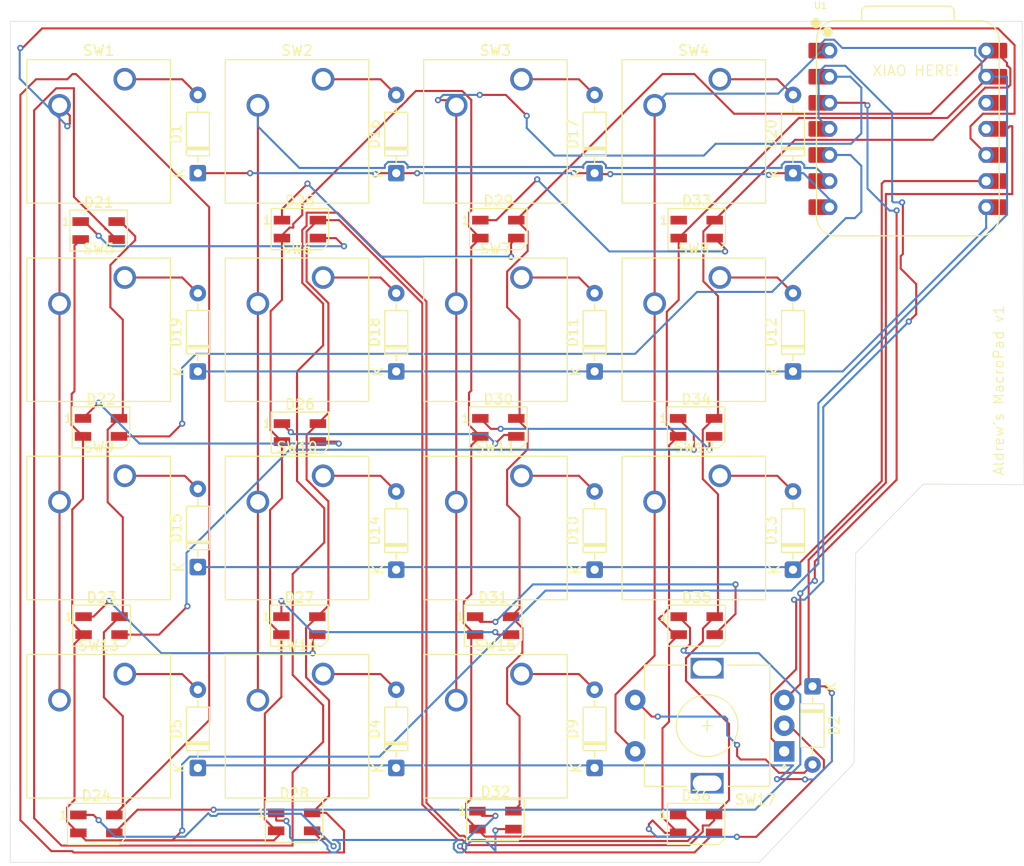
<source format=kicad_pcb>
(kicad_pcb (version 20241229) (generator "pcbnew") (generator_version "9.0")
  (layers (0 "F.Cu" signal) (2 "B.Cu" signal) (13 "F.Paste" user) (15 "B.Paste" user) (5 "F.SilkS" user "F.Silkscreen") (7 "B.SilkS" user "B.Silkscreen") (1 "F.Mask" user) (3 "B.Mask" user) (25 "Edge.Cuts" user))
  (net 0 "")
  (net 1 "Net-(D1-K)")
  (net 2 "Net-(D1-A)")
  (net 3 "Net-(D2-A)")
  (net 4 "Net-(D2-K)")
  (net 5 "Net-(D4-A)")
  (net 6 "Net-(D5-A)")
  (net 7 "Net-(D9-A)")
  (net 8 "Net-(D10-K)")
  (net 9 "Net-(D10-A)")
  (net 10 "Net-(D11-A)")
  (net 11 "Net-(D11-K)")
  (net 12 "Net-(D12-A)")
  (net 13 "Net-(D13-A)")
  (net 14 "Net-(D14-A)")
  (net 15 "Net-(D15-A)")
  (net 16 "Net-(D16-A)")
  (net 17 "Net-(D17-A)")
  (net 18 "Net-(D18-A)")
  (net 19 "Net-(D19-A)")
  (net 20 "Net-(D20-A)")
  (net 21 "Net-(D21-DIN)")
  (net 22 "+5V")
  (net 23 "GND")
  (net 24 "Net-(D21-DOUT)")
  (net 25 "Net-(D22-DOUT)")
  (net 26 "Net-(D22-DIN)")
  (net 27 "Net-(D23-DOUT)")
  (net 28 "Net-(D23-DIN)")
  (net 29 "Net-(D24-DOUT)")
  (net 30 "Net-(D24-DIN)")
  (net 31 "Net-(D25-DOUT)")
  (net 32 "Net-(D26-DOUT)")
  (net 33 "Net-(D27-DOUT)")
  (net 34 "Net-(D28-DOUT)")
  (net 35 "Net-(D29-DOUT)")
  (net 36 "Net-(D30-DOUT)")
  (net 37 "Net-(D31-DOUT)")
  (net 38 "Net-(D32-DOUT)")
  (net 40 "Net-(U1-GPIO7{slash}SCL)")
  (net 41 "Net-(U1-GPIO26{slash}ADC0{slash}A0)")
  (net 42 "Net-(U1-GPIO28{slash}ADC2{slash}A2)")
  (net 43 "Net-(U1-GPIO29{slash}ADC3{slash}A3)")
  (net 45 "Net-(U1-GPIO27{slash}ADC1{slash}A1)")
  (net 46 "Net-(U1-GPIO4{slash}MISO)")
  (footprint "Seeed Studio XIAO Series Library:XIAO-RP2040-DIP" (layer "F.Cu") (at 150.876 50.0445)
    (property "Reference" "U1")
    (property "Value" "XIAO-RP2040-DIP")
  )
  (footprint "Button_Switch_Keyboard:SW_Cherry_MX_1.00u_PCB" (layer "F.Cu") (at 93.98 64.516)
    (property "Reference" "SW6")
    (property "Value" "SW_Push")
  )
  (footprint "LED_SMD:LED_SK6812MINI_PLCC4_3.5x3.5mm_P1.75mm" (layer "F.Cu") (at 91.722 79.615)
    (property "Reference" "D26")
    (property "Value" "SK6812MINI")
  )
  (footprint "Diode_THT:D_DO-35_SOD27_P7.62mm_Horizontal" (layer "F.Cu") (at 101.092 54.356 90)
    (property "Reference" "D16")
    (property "Value" "1N4148")
  )
  (footprint "Button_Switch_Keyboard:SW_Cherry_MX_1.00u_PCB" (layer "F.Cu") (at 93.98 83.82)
    (property "Reference" "SW10")
    (property "Value" "SW_Push")
  )
  (footprint "Button_Switch_Keyboard:SW_Cherry_MX_1.00u_PCB" (layer "F.Cu") (at 93.98 45.212)
    (property "Reference" "SW2")
    (property "Value" "SW_Push")
  )
  (footprint "Diode_THT:D_DO-35_SOD27_P7.62mm_Horizontal" (layer "F.Cu") (at 101.092 112.268 90)
    (property "Reference" "D4")
    (property "Value" "1N4148")
  )
  (footprint "Button_Switch_Keyboard:SW_Cherry_MX_1.00u_PCB" (layer "F.Cu") (at 113.284 45.212)
    (property "Reference" "SW3")
    (property "Value" "SW_Push")
  )
  (footprint "Button_Switch_Keyboard:SW_Cherry_MX_1.00u_PCB" (layer "F.Cu") (at 74.676 83.82)
    (property "Reference" "SW9")
    (property "Value" "SW_Push")
  )
  (footprint "Button_Switch_Keyboard:SW_Cherry_MX_1.00u_PCB" (layer "F.Cu") (at 132.588 64.516)
    (property "Reference" "SW8")
    (property "Value" "SW_Push")
  )
  (footprint "Button_Switch_Keyboard:SW_Cherry_MX_1.00u_PCB" (layer "F.Cu") (at 74.676 45.212)
    (property "Reference" "SW1")
    (property "Value" "SW_Push")
  )
  (footprint "Diode_THT:D_DO-35_SOD27_P7.62mm_Horizontal" (layer "F.Cu") (at 139.7 54.356 90)
    (property "Reference" "D20")
    (property "Value" "1N4148")
  )
  (footprint "Diode_THT:D_DO-35_SOD27_P7.62mm_Horizontal" (layer "F.Cu") (at 81.788 92.71 90)
    (property "Reference" "D15")
    (property "Value" "1N4148")
  )
  (footprint "LED_SMD:LED_SK6812MINI_PLCC4_3.5x3.5mm_P1.75mm" (layer "F.Cu") (at 110.744 117.348)
    (property "Reference" "D32")
    (property "Value" "SK6812MINI")
  )
  (footprint "LED_SMD:LED_SK6812MINI_PLCC4_3.5x3.5mm_P1.75mm" (layer "F.Cu") (at 71.91 117.715)
    (property "Reference" "D24")
    (property "Value" "SK6812MINI")
  )
  (footprint "Diode_THT:D_DO-35_SOD27_P7.62mm_Horizontal" (layer "F.Cu") (at 141.605 104.3178 -90)
    (property "Reference" "D2")
    (property "Value" "1N4148")
  )
  (footprint "Diode_THT:D_DO-35_SOD27_P7.62mm_Horizontal" (layer "F.Cu") (at 120.396 92.964 90)
    (property "Reference" "D10")
    (property "Value" "1N4148")
  )
  (footprint "LED_SMD:LED_SK6812MINI_PLCC4_3.5x3.5mm_P1.75mm" (layer "F.Cu") (at 110.518 98.411)
    (property "Reference" "D31")
    (property "Value" "SK6812MINI")
  )
  (footprint "Button_Switch_Keyboard:SW_Cherry_MX_1.00u_PCB" (layer "F.Cu") (at 113.284 64.516)
    (property "Reference" "SW7")
    (property "Value" "SW_Push")
  )
  (footprint "Diode_THT:D_DO-35_SOD27_P7.62mm_Horizontal" (layer "F.Cu") (at 120.396 73.66 90)
    (property "Reference" "D11")
    (property "Value" "1N4148")
  )
  (footprint "Diode_THT:D_DO-35_SOD27_P7.62mm_Horizontal" (layer "F.Cu") (at 101.092 92.964 90)
    (property "Reference" "D14")
    (property "Value" "1N4148")
  )
  (footprint "LED_SMD:LED_SK6812MINI_PLCC4_3.5x3.5mm_P1.75mm" (layer "F.Cu") (at 130.33 98.411)
    (property "Reference" "D35")
    (property "Value" "SK6812MINI")
  )
  (footprint "Button_Switch_Keyboard:SW_Cherry_MX_1.00u_PCB" (layer "F.Cu") (at 74.676 64.516)
    (property "Reference" "SW5")
    (property "Value" "SW_Push")
  )
  (footprint "Rotary_Encoder pretty:RotaryEncoder_Alps_EC11E-Switch_Vertical_H20mm" (layer "F.Cu") (at 138.8474 110.6532 180)
    (property "Reference" "SW17")
    (property "Value" "RotaryEncoder_Switch")
  )
  (footprint "LED_SMD:LED_SK6812MINI_PLCC4_3.5x3.5mm_P1.75mm" (layer "F.Cu") (at 91.722 59.803)
    (property "Reference" "D25")
    (property "Value" "SK6812MINI")
  )
  (footprint "LED_SMD:LED_SK6812MINI_PLCC4_3.5x3.5mm_P1.75mm" (layer "F.Cu") (at 130.274 79.107)
    (property "Reference" "D34")
    (property "Value" "SK6812MINI")
  )
  (footprint "Button_Switch_Keyboard:SW_Cherry_MX_1.00u_PCB" (layer "F.Cu") (at 113.284 83.82)
    (property "Reference" "SW11")
    (property "Value" "SW_Push")
  )
  (footprint "Button_Switch_Keyboard:SW_Cherry_MX_1.00u_PCB" (layer "F.Cu") (at 113.284 103.124)
    (property "Reference" "SW15")
    (property "Value" "SW_Push")
  )
  (footprint "Diode_THT:D_DO-35_SOD27_P7.62mm_Horizontal" (layer "F.Cu") (at 81.788 73.66 90)
    (property "Reference" "D19")
    (property "Value" "1N4148")
  )
  (footprint "Diode_THT:D_DO-35_SOD27_P7.62mm_Horizontal" (layer "F.Cu") (at 81.788 54.356 90)
    (property "Reference" "D1")
    (property "Value" "1N4148")
  )
  (footprint "LED_SMD:LED_SK6812MINI_PLCC4_3.5x3.5mm_P1.75mm" (layer "F.Cu") (at 72.136 59.944)
    (property "Reference" "D21")
    (property "Value" "SK6812MINI")
  )
  (footprint "LED_SMD:LED_SK6812MINI_PLCC4_3.5x3.5mm_P1.75mm" (layer "F.Cu") (at 111.026 59.803)
    (property "Reference" "D29")
    (property "Value" "SK6812MINI")
  )
  (footprint "Diode_THT:D_DO-35_SOD27_P7.62mm_Horizontal" (layer "F.Cu") (at 101.092 73.66 90)
    (property "Reference" "D18")
    (property "Value" "1N4148")
  )
  (footprint "Diode_THT:D_DO-35_SOD27_P7.62mm_Horizontal" (layer "F.Cu") (at 139.7 73.66 90)
    (property "Reference" "D12")
    (property "Value" "1N4148")
  )
  (footprint "Button_Switch_Keyboard:SW_Cherry_MX_1.00u_PCB" (layer "F.Cu") (at 93.98 103.124)
    (property "Reference" "SW14")
    (property "Value" "SW_Push")
  )
  (footprint "LED_SMD:LED_SK6812MINI_PLCC4_3.5x3.5mm_P1.75mm" (layer "F.Cu") (at 91.158 117.5118)
    (property "Reference" "D28")
    (property "Value" "SK6812MINI")
  )
  (footprint "Button_Switch_Keyboard:SW_Cherry_MX_1.00u_PCB" (layer "F.Cu") (at 132.588 45.212)
    (property "Reference" "SW4")
    (property "Value" "SW_Push")
  )
  (footprint "Diode_THT:D_DO-35_SOD27_P7.62mm_Horizontal" (layer "F.Cu") (at 81.788 112.268 90)
    (property "Reference" "D5")
    (property "Value" "1N4148")
  )
  (footprint "LED_SMD:LED_SK6812MINI_PLCC4_3.5x3.5mm_P1.75mm" (layer "F.Cu") (at 72.362 79.107)
    (property "Reference" "D22")
    (property "Value" "SK6812MINI")
  )
  (footprint "LED_SMD:LED_SK6812MINI_PLCC4_3.5x3.5mm_P1.75mm" (layer "F.Cu") (at 130.274 117.715)
    (property "Reference" "D36")
    (property "Value" "SK6812MINI")
  )
  (footprint "Diode_THT:D_DO-35_SOD27_P7.62mm_Horizontal" (layer "F.Cu") (at 139.7 92.964 90)
    (property "Reference" "D13")
    (property "Value" "1N4148")
  )
  (footprint "LED_SMD:LED_SK6812MINI_PLCC4_3.5x3.5mm_P1.75mm" (layer "F.Cu") (at 91.666 98.411)
    (property "Reference" "D27")
    (property "Value" "SK6812MINI")
  )
  (footprint "Diode_THT:D_DO-35_SOD27_P7.62mm_Horizontal" (layer "F.Cu") (at 120.396 54.356 90)
    (property "Reference" "D17")
    (property "Value" "1N4148")
  )
  (footprint "LED_SMD:LED_SK6812MINI_PLCC4_3.5x3.5mm_P1.75mm" (layer "F.Cu") (at 111.026 79.107)
    (property "Reference" "D30")
    (property "Value" "SK6812MINI")
  )
  (footprint "Button_Switch_Keyboard:SW_Cherry_MX_1.00u_PCB" (layer "F.Cu") (at 132.588 83.82)
    (property "Reference" "SW12")
    (property "Value" "SW_Push")
  )
  (footprint "LED_SMD:LED_SK6812MINI_PLCC4_3.5x3.5mm_P1.75mm" (layer "F.Cu") (at 72.418 98.411)
    (property "Reference" "D23")
    (property "Value" "SK6812MINI")
  )
  (footprint "Diode_THT:D_DO-35_SOD27_P7.62mm_Horizontal" (layer "F.Cu") (at 120.396 112.268 90)
    (property "Reference" "D9")
    (property "Value" "1N4148")
  )
  (footprint "LED_SMD:LED_SK6812MINI_PLCC4_3.5x3.5mm_P1.75mm" (layer "F.Cu") (at 130.33 59.803)
    (property "Reference" "D33")
    (property "Value" "SK6812MINI")
  )
  (footprint "Button_Switch_Keyboard:SW_Cherry_MX_1.00u_PCB" (layer "F.Cu") (at 74.676 103.124)
    (property "Reference" "SW13")
    (property "Value" "SW_Push")
  )
  (gr_poly (pts (xy 136.4234 121.4628) (xy 145.6436 111.7854) (xy 145.796 91.3638) (xy 152.3746 84.6328) (xy 162.179 84.6836) (xy 162.0012 39.5732) (xy 63.5508 39.5732) (xy 63.5254 121.4628)) (stroke (width 0.05)) (fill no) (layer "Edge.Cuts"))
  (gr_text "Aldrew's MacroPad v1" (at 160.2994 83.8454 90) (layer "F.SilkS") (effects (font (size 1 1) (thickness 0.1)) (justify left bottom)))
  (gr_text "XIAO HERE!" (at 147.3454 44.958 0) (layer "F.SilkS") (effects (font (size 1 1) (thickness 0.1)) (justify left bottom)))
  (segment (start 121.92 54.448) (end 120.488 54.448) (width 0.2) (layer "F.Cu") (net 1))
  (segment (start 99.152 54.356) (end 101.092 54.356) (width 0.2) (layer "F.Cu") (net 1))
  (segment (start 103.124 54.356) (end 101.092 54.356) (width 0.2) (layer "F.Cu") (net 1))
  (segment (start 81.788 54.356) (end 86.868 54.356) (width 0.2) (layer "F.Cu") (net 1))
  (segment (start 99.06 54.448) (end 99.152 54.356) (width 0.2) (layer "F.Cu") (net 1))
  (segment (start 139.7 54.356) (end 137.50053 54.356) (width 0.2) (layer "F.Cu") (net 1))
  (segment (start 120.488 54.448) (end 120.396 54.356) (width 0.2) (layer "F.Cu") (net 1))
  (segment (start 137.50053 54.356) (end 137.330265 54.526265) (width 0.2) (layer "F.Cu") (net 1))
  (segment (start 120.396 54.356) (end 118.364 54.356) (width 0.2) (layer "F.Cu") (net 1))
  (via (at 118.364 54.356) (size 0.6) (drill 0.3) (layers "F.Cu" "B.Cu") (net 1))
  (via (at 103.124 54.356) (size 0.6) (drill 0.3) (layers "F.Cu" "B.Cu") (net 1))
  (via (at 121.92 54.448) (size 0.6) (drill 0.3) (layers "F.Cu" "B.Cu") (net 1))
  (via (at 99.06 54.448) (size 0.6) (drill 0.3) (layers "F.Cu" "B.Cu") (net 1))
  (via (at 86.868 54.356) (size 0.6) (drill 0.3) (layers "F.Cu" "B.Cu") (net 1))
  (via (at 137.330265 54.526265) (size 0.6) (drill 0.3) (layers "F.Cu" "B.Cu") (net 1))
  (segment (start 98.968 54.356) (end 99.06 54.448) (width 0.2) (layer "B.Cu") (net 1))
  (segment (start 86.868 54.356) (end 98.968 54.356) (width 0.2) (layer "B.Cu") (net 1))
  (segment (start 143.256 56.896) (end 143.256 57.6645) (width 0.2) (layer "B.Cu") (net 1))
  (segment (start 139.7 54.356) (end 140.716 54.356) (width 0.2) (layer "B.Cu") (net 1))
  (segment (start 137.252 54.448) (end 121.92 54.448) (width 0.2) (layer "B.Cu") (net 1))
  (segment (start 137.330265 54.526265) (end 137.252 54.448) (width 0.2) (layer "B.Cu") (net 1))
  (segment (start 118.364 54.356) (end 103.124 54.356) (width 0.2) (layer "B.Cu") (net 1))
  (segment (start 140.716 54.356) (end 143.256 56.896) (width 0.2) (layer "B.Cu") (net 1))
  (segment (start 74.676 45.212) (end 80.264 45.212) (width 0.2) (layer "F.Cu") (net 2))
  (segment (start 80.264 45.212) (end 81.788 46.736) (width 0.2) (layer "F.Cu") (net 2))
  (segment (start 140.805001 112.737799) (end 141.605 111.9378) (width 0.2) (layer "F.Cu") (net 3))
  (segment (start 134.2644 110.0328) (end 134.2644 111.0996) (width 0.2) (layer "F.Cu") (net 3))
  (segment (start 124.3474 105.6532) (end 125.9584 107.2642) (width 0.2) (layer "F.Cu") (net 3))
  (segment (start 134.2644 111.0996) (end 134.6056 111.4408) (width 0.2) (layer "F.Cu") (net 3))
  (segment (start 138.329999 112.737799) (end 140.805001 112.737799) (width 0.2) (layer "F.Cu") (net 3))
  (segment (start 125.9584 107.2642) (end 126.5428 107.2642) (width 0.2) (layer "F.Cu") (net 3))
  (segment (start 137.033 111.4408) (end 138.329999 112.737799) (width 0.2) (layer "F.Cu") (net 3))
  (segment (start 134.6056 111.4408) (end 137.033 111.4408) (width 0.2) (layer "F.Cu") (net 3))
  (via (at 134.2644 110.0328) (size 0.6) (drill 0.3) (layers "F.Cu" "B.Cu") (net 3))
  (via (at 126.5428 107.2642) (size 0.6) (drill 0.3) (layers "F.Cu" "B.Cu") (net 3))
  (segment (start 133.0706 107.2642) (end 126.5428 107.2642) (width 0.2) (layer "B.Cu") (net 3))
  (segment (start 134.2644 110.0328) (end 133.2992 109.0676) (width 0.2) (layer "B.Cu") (net 3))
  (segment (start 133.2992 109.0676) (end 133.2992 107.4928) (width 0.2) (layer "B.Cu") (net 3))
  (segment (start 133.2992 107.4928) (end 133.0706 107.2642) (width 0.2) (layer "B.Cu") (net 3))
  (segment (start 160.7885 49.784) (end 160.528 50.0445) (width 0.2) (layer "F.Cu") (net 4))
  (segment (start 160.528 50.0445) (end 158.496 50.0445) (width 0.2) (layer "F.Cu") (net 4))
  (segment (start 142.8242 104.3178) (end 141.605 104.3178) (width 0.2) (layer "F.Cu") (net 4))
  (segment (start 141.605 104.3178) (end 141.224 103.9368) (width 0.2) (layer "F.Cu") (net 4))
  (segment (start 138.145435 113.355035) (end 140.837835 113.355035) (width 0.2) (layer "F.Cu") (net 4))
  (segment (start 141.224 103.9368) (end 141.224 92.0071) (width 0.2) (layer "F.Cu") (net 4))
  (segment (start 161.036 49.784) (end 160.7885 49.784) (width 0.2) (layer "F.Cu") (net 4))
  (segment (start 148.737 84.4941) (end 148.737 56.388) (width 0.2) (layer "F.Cu") (net 4))
  (segment (start 143.4846 104.9782) (end 142.8242 104.3178) (width 0.2) (layer "F.Cu") (net 4))
  (segment (start 148.737 56.388) (end 161.036 56.388) (width 0.2) (layer "F.Cu") (net 4))
  (segment (start 140.837835 113.355035) (end 140.86706 113.38426) (width 0.2) (layer "F.Cu") (net 4))
  (segment (start 161.036 56.388) (end 161.036 49.784) (width 0.2) (layer "F.Cu") (net 4))
  (segment (start 141.224 92.0071) (end 148.737 84.4941) (width 0.2) (layer "F.Cu") (net 4))
  (via (at 138.145435 113.355035) (size 0.6) (drill 0.3) (layers "F.Cu" "B.Cu") (net 4))
  (via (at 140.86706 113.38426) (size 0.6) (drill 0.3) (layers "F.Cu" "B.Cu") (net 4))
  (via (at 143.4846 104.9782) (size 0.6) (drill 0.3) (layers "F.Cu" "B.Cu") (net 4))
  (segment (start 82.296 112.268) (end 82.55 112.014) (width 0.2) (layer "B.Cu") (net 4))
  (segment (start 140.86706 113.38426) (end 141.71559 113.38426) (width 0.2) (layer "B.Cu") (net 4))
  (segment (start 81.788 112.268) (end 82.296 112.268) (width 0.2) (layer "B.Cu") (net 4))
  (segment (start 138.358965 113.355035) (end 138.145435 113.355035) (width 0.2) (layer "B.Cu") (net 4))
  (segment (start 139.7 112.014) (end 138.358965 113.355035) (width 0.2) (layer "B.Cu") (net 4))
  (segment (start 143.4846 111.61525) (end 143.4846 104.9782) (width 0.2) (layer "B.Cu") (net 4))
  (segment (start 82.55 112.014) (end 139.7 112.014) (width 0.2) (layer "B.Cu") (net 4))
  (segment (start 141.71559 113.38426) (end 143.4846 111.61525) (width 0.2) (layer "B.Cu") (net 4))
  (segment (start 93.98 103.124) (end 99.568 103.124) (width 0.2) (layer "F.Cu") (net 5))
  (segment (start 99.568 103.124) (end 101.092 104.648) (width 0.2) (layer "F.Cu") (net 5))
  (segment (start 80.264 103.124) (end 81.788 104.648) (width 0.2) (layer "F.Cu") (net 6))
  (segment (start 74.676 103.124) (end 80.264 103.124) (width 0.2) (layer "F.Cu") (net 6))
  (segment (start 113.284 103.124) (end 118.872 103.124) (width 0.2) (layer "F.Cu") (net 7))
  (segment (start 118.872 103.124) (end 120.396 104.648) (width 0.2) (layer "F.Cu") (net 7))
  (segment (start 148.5835 55.1245) (end 158.496 55.1245) (width 0.2) (layer "F.Cu") (net 8))
  (segment (start 148.336 84.328) (end 148.336 55.372) (width 0.2) (layer "F.Cu") (net 8))
  (segment (start 148.336 55.372) (end 148.5835 55.1245) (width 0.2) (layer "F.Cu") (net 8))
  (segment (start 139.7 92.964) (end 148.336 84.328) (width 0.2) (layer "F.Cu") (net 8))
  (segment (start 81.788 92.71) (end 139.446 92.71) (width 0.2) (layer "B.Cu") (net 8))
  (segment (start 139.446 92.71) (end 139.7 92.964) (width 0.2) (layer "B.Cu") (net 8))
  (segment (start 118.872 83.82) (end 120.396 85.344) (width 0.2) (layer "F.Cu") (net 9))
  (segment (start 113.284 83.82) (end 118.872 83.82) (width 0.2) (layer "F.Cu") (net 9))
  (segment (start 113.284 64.516) (end 118.872 64.516) (width 0.2) (layer "F.Cu") (net 10))
  (segment (start 118.872 64.516) (end 120.396 66.04) (width 0.2) (layer "F.Cu") (net 10))
  (segment (start 81.788 73.66) (end 139.7 73.66) (width 0.2) (layer "B.Cu") (net 11))
  (segment (start 144.5325 73.66) (end 158.496 59.6965) (width 0.2) (layer "B.Cu") (net 11))
  (segment (start 139.7 73.66) (end 144.5325 73.66) (width 0.2) (layer "B.Cu") (net 11))
  (segment (start 158.496 59.6965) (end 158.496 57.6645) (width 0.2) (layer "B.Cu") (net 11))
  (segment (start 138.176 64.516) (end 139.7 66.04) (width 0.2) (layer "F.Cu") (net 12))
  (segment (start 132.588 64.516) (end 138.176 64.516) (width 0.2) (layer "F.Cu") (net 12))
  (segment (start 138.176 83.82) (end 139.7 85.344) (width 0.2) (layer "F.Cu") (net 13))
  (segment (start 132.588 83.82) (end 138.176 83.82) (width 0.2) (layer "F.Cu") (net 13))
  (segment (start 99.568 83.82) (end 101.092 85.344) (width 0.2) (layer "F.Cu") (net 14))
  (segment (start 93.98 83.82) (end 99.568 83.82) (width 0.2) (layer "F.Cu") (net 14))
  (segment (start 74.676 83.82) (end 80.518 83.82) (width 0.2) (layer "F.Cu") (net 15))
  (segment (start 80.518 83.82) (end 81.788 85.09) (width 0.2) (layer "F.Cu") (net 15))
  (segment (start 93.98 45.212) (end 99.568 45.212) (width 0.2) (layer "F.Cu") (net 16))
  (segment (start 99.568 45.212) (end 101.092 46.736) (width 0.2) (layer "F.Cu") (net 16))
  (segment (start 113.284 45.212) (end 118.872 45.212) (width 0.2) (layer "F.Cu") (net 17))
  (segment (start 118.872 45.212) (end 120.396 46.736) (width 0.2) (layer "F.Cu") (net 17))
  (segment (start 99.568 64.516) (end 101.092 66.04) (width 0.2) (layer "F.Cu") (net 18))
  (segment (start 93.98 64.516) (end 99.568 64.516) (width 0.2) (layer "F.Cu") (net 18))
  (segment (start 80.264 64.516) (end 81.788 66.04) (width 0.2) (layer "F.Cu") (net 19))
  (segment (start 74.676 64.516) (end 80.264 64.516) (width 0.2) (layer "F.Cu") (net 19))
  (segment (start 138.176 45.212) (end 139.7 46.736) (width 0.2) (layer "F.Cu") (net 20))
  (segment (start 132.588 45.212) (end 138.176 45.212) (width 0.2) (layer "F.Cu") (net 20))
  (segment (start 92.371 58.202) (end 95.37815 58.202) (width 0.2) (layer "F.Cu") (net 21))
  (segment (start 91.44 73.66) (end 93.98 71.12) (width 0.2) (layer "F.Cu") (net 21))
  (segment (start 72.862 59.795) (end 72.785 59.795) (width 0.2) (layer "F.Cu") (net 21))
  (segment (start 94.087 86.975) (end 91.44 84.328) (width 0.2) (layer "F.Cu") (net 21))
  (segment (start 94.087 90.317) (end 94.087 86.975) (width 0.2) (layer "F.Cu") (net 21))
  (segment (start 91.948 59.8849) (end 92.371 59.4619) (width 0.2) (layer "F.Cu") (net 21))
  (segment (start 93.98 71.12) (end 93.98 67.064414) (width 0.2) (layer "F.Cu") (net 21))
  (segment (start 129.032 116.84) (end 128.524 116.84) (width 0.2) (layer "F.Cu") (net 21))
  (segment (start 68.010786 46.0859) (end 65.855 48.241686) (width 0.2) (layer "F.Cu") (net 21))
  (segment (start 93.98 67.064414) (end 91.948 65.032414) (width 0.2) (layer "F.Cu") (net 21))
  (segment (start 95.37815 58.202) (end 104.033 66.85685) (width 0.2) (layer "F.Cu") (net 21))
  (segment (start 130.51245 118.32045) (end 129.032 116.84) (width 0.2) (layer "F.Cu") (net 21))
  (segment (start 69.727 56.66) (end 69.727 46.0859) (width 0.2) (layer "F.Cu") (net 21))
  (segment (start 107.2471 118.872) (end 107.696 118.872) (width 0.2) (layer "F.Cu") (net 21))
  (segment (start 104.033 115.6579) (end 107.2471 118.872) (width 0.2) (layer "F.Cu") (net 21))
  (segment (start 93.98 109.728) (end 93.98 106.172) (width 0.2) (layer "F.Cu") (net 21))
  (segment (start 91.948 65.032414) (end 91.948 59.8849) (width 0.2) (layer "F.Cu") (net 21))
  (segment (start 65.855 48.241686) (end 65.855 117.163) (width 0.2) (layer "F.Cu") (net 21))
  (segment (start 104.033 66.85685) (end 104.033 115.6579) (width 0.2) (layer "F.Cu") (net 21))
  (segment (start 92.371 59.4619) (end 92.371 58.202) (width 0.2) (layer "F.Cu") (net 21))
  (segment (start 68.516 119.824) (end 91.0082 119.824) (width 0.2) (layer "F.Cu") (net 21))
  (segment (start 91.0082 112.6998) (end 93.98 109.728) (width 0.2) (layer "F.Cu") (net 21))
  (segment (start 129.4529 119.38) (end 130.51245 118.32045) (width 0.2) (layer "F.Cu") (net 21))
  (segment (start 72.785 59.718) (end 69.727 56.66) (width 0.2) (layer "F.Cu") (net 21))
  (segment (start 107.696 118.872) (end 108.204 119.38) (width 0.2) (layer "F.Cu") (net 21))
  (segment (start 91.017 103.209) (end 91.017 93.387) (width 0.2) (layer "F.Cu") (net 21))
  (segment (start 91.0082 119.824) (end 91.0082 112.6998) (width 0.2) (layer "F.Cu") (net 21))
  (segment (start 108.204 119.38) (end 129.4529 119.38) (width 0.2) (layer "F.Cu") (net 21))
  (segment (start 93.98 106.172) (end 91.017 103.209) (width 0.2) (layer "F.Cu") (net 21))
  (segment (start 91.017 93.387) (end 94.087 90.317) (width 0.2) (layer "F.Cu") (net 21))
  (segment (start 72.785 59.795) (end 72.785 59.718) (width 0.2) (layer "F.Cu") (net 21))
  (segment (start 73.886 60.819) (end 72.862 59.795) (width 0.2) (layer "F.Cu") (net 21))
  (segment (start 69.727 46.0859) (end 68.010786 46.0859) (width 0.2) (layer "F.Cu") (net 21))
  (segment (start 91.44 84.328) (end 91.44 73.66) (width 0.2) (layer "F.Cu") (net 21))
  (segment (start 65.855 117.163) (end 68.516 119.824) (width 0.2) (layer "F.Cu") (net 21))
  (segment (start 74.487 116.013) (end 73.66 116.84) (width 0.2) (layer "F.Cu") (net 22))
  (segment (start 74.168 97.536) (end 72.644 99.06) (width 0.2) (layer "F.Cu") (net 22))
  (segment (start 113.095 107.230184) (end 113.095 115.872) (width 0.2) (layer "F.Cu") (net 22))
  (segment (start 129.286 101.5746) (end 130.937 99.9236) (width 0.2) (layer "F.Cu") (net 22))
  (segment (start 94.560314 114.984486) (end 94.560314 105.685628) (width 0.2) (layer "F.Cu") (net 22))
  (segment (start 127 44.704) (end 112.776 58.928) (width 0.2) (layer "F.Cu") (net 22))
  (segment (start 160.586626 43.9015) (end 160.528 43.9015) (width 0.2) (layer "F.Cu") (net 22))
  (segment (start 92.371 79.841) (end 92.964 79.248) (width 0.2) (layer "F.Cu") (net 22))
  (segment (start 73.275 67.410184) (end 74.487 68.622184) (width 0.2) (layer "F.Cu") (net 22))
  (segment (start 112.268 97.536) (end 113.369 98.637) (width 0.2) (layer "F.Cu") (net 22))
  (segment (start 74.487 87.86947) (end 74.487 97.217) (width 0.2) (layer "F.Cu") (net 22))
  (segment (start 133.962186 48.5675) (end 130.098686 44.704) (width 0.2) (layer "F.Cu") (net 22))
  (segment (start 132.399 97.217) (end 132.399 85.612314) (width 0.2) (layer "F.Cu") (net 22))
  (segment (start 111.883 86.65747) (end 113.095 87.86947) (width 0.2) (layer "F.Cu") (net 22))
  (segment (start 113.095 87.86947) (end 113.095 96.709) (width 0.2) (layer "F.Cu") (net 22))
  (segment (start 92.964 79.248) (end 94.488 77.724) (width 0.2) (layer "F.Cu") (net 22))
  (segment (start 132.024 78.232) (end 132.399 77.857) (width 0.2) (layer "F.Cu") (net 22))
  (segment (start 96.012 120.4976) (end 96.012 118.372) (width 0.2) (layer "F.Cu") (net 22))
  (segment (start 113.095 96.709) (end 112.268 97.536) (width 0.2) (layer "F.Cu") (net 22))
  (segment (start 132.399 66.308314) (end 130.979 64.888314) (width 0.2) (layer "F.Cu") (net 22))
  (segment (start 92.371 60.029) (end 93.472 58.928) (width 0.2) (layer "F.Cu") (net 22))
  (segment (start 132.399 85.612314) (end 130.923 84.136314) (width 0.2) (layer "F.Cu") (net 22))
  (segment (start 113.095 77.913) (end 112.776 78.232) (width 0.2) (layer "F.Cu") (net 22))
  (segment (start 73.66 116.84) (end 82.889 107.611) (width 0.2) (layer "F.Cu") (net 22))
  (segment (start 111.883 63.935686) (end 111.883 67.410184) (width 0.2) (layer "F.Cu") (net 22))
  (segment (start 96.012 118.372) (end 94.2768 116.6368) (width 0.2) (layer "F.Cu") (net 22))
  (segment (start 129.619 119.781) (end 130.923 118.477) (width 0.2) (layer "F.Cu") (net 22))
  (segment (start 64.516 117.348) (end 67.535 120.367) (width 0.2) (layer "F.Cu") (net 22))
  (segment (start 153.318568 51.1075) (end 158.398568 46.0275) (width 0.2) (layer "F.Cu") (net 22))
  (segment (start 132.024 117.376) (end 132.024 116.84) (width 0.2) (layer "F.Cu") (net 22))
  (segment (start 69.6976 120.4976) (end 96.012 120.4976) (width 0.2) (layer "F.Cu") (net 22))
  (segment (start 108.0379 119.781) (end 129.619 119.781) (width 0.2) (layer "F.Cu") (net 22))
  (segment (start 82.889 57.66347) (end 69.92953 44.704) (width 0.2) (layer "F.Cu") (net 22))
  (segment (start 74.487 77.857) (end 74.112 78.232) (width 0.2) (layer "F.Cu") (net 22))
  (segment (start 130.937 99.9236) (end 130.937 98.679) (width 0.2) (layer "F.Cu") (net 22))
  (segment (start 94.488 96.464) (end 94.488 86.309314) (width 0.2) (layer "F.Cu") (net 22))
  (segment (start 73.275 63.292) (end 73.275 67.410184) (width 0.2) (layer "F.Cu") (net 22))
  (segment (start 92.964 79.248) (end 93.472 78.74) (width 0.2) (layer "F.Cu") (net 22))
  (segment (start 132.399 77.857) (end 132.399 66.308314) (width 0.2) (layer "F.Cu") (net 22))
  (segment (start 112.776 78.232) (end 113.877 79.333) (width 0.2) (layer "F.Cu") (net 22))
  (segment (start 94.488 86.309314) (end 92.371 84.192314) (width 0.2) (layer "F.Cu") (net 22))
  (segment (start 132.08 97.536) (end 132.399 97.217) (width 0.2) (layer "F.Cu") (net 22))
  (segment (start 66.04 45.212) (end 64.516 46.736) (width 0.2) (layer "F.Cu") (net 22))
  (segment (start 107.5299 119.273) (end 108.0379 119.781) (width 0.2) (layer "F.Cu") (net 22))
  (segment (start 92.371 64.888314) (end 92.371 60.029) (width 0.2) (layer "F.Cu") (net 22))
  (segment (start 67.535 120.367) (end 69.567 120.367) (width 0.2) (layer "F.Cu") (net 22))
  (segment (start 160.848 45.766126) (end 160.848 44.162874) (width 0.2) (layer "F.Cu") (net 22))
  (segment (start 73.886 59.069) (end 74.261 59.069) (width 0.2) (layer "F.Cu") (net 22))
  (segment (start 74.487 107.230184) (end 74.487 116.013) (width 0.2) (layer "F.Cu") (net 22))
  (segment (start 75.692 60.875) (end 73.275 63.292) (width 0.2) (layer "F.Cu") (net 22))
  (segment (start 111.883 106.018184) (end 113.095 107.230184) (width 0.2) (layer "F.Cu") (net 22))
  (segment (start 92.315 103.440314) (end 92.315 98.637) (width 0.2) (layer "F.Cu") (net 22))
  (segment (start 93.416 97.536) (end 94.488 96.464) (width 0.2) (layer "F.Cu") (net 22))
  (segment (start 92.908 116.6368) (end 94.560314 114.984486) (width 0.2) (layer "F.Cu") (net 22))
  (segment (start 131.536 117.864) (end 132.024 117.376) (width 0.2) (layer "F.Cu") (net 22))
  (segment (start 69.596 44.704) (end 69.088 45.212) (width 0.2) (layer "F.Cu") (net 22))
  (segment (start 94.488 77.724) (end 94.488 67.005314) (width 0.2) (layer "F.Cu") (net 22))
  (segment (start 113.877 79.333) (end 113.877 81.245686) (width 0.2) (layer "F.Cu") (net 22))
  (segment (start 129.286 103.7844) (end 129.286 101.5746) (width 0.2) (layer "F.Cu") (net 22))
  (segment (start 113.095 115.872) (end 112.494 116.473) (width 0.2) (layer "F.Cu") (net 22))
  (segment (start 75.692 60.5) (end 75.692 60.875) (width 0.2) (layer "F.Cu") (net 22))
  (segment (start 153.1085 48.5675) (end 133.962186 48.5675) (width 0.2) (layer "F.Cu") (net 22))
  (segment (start 132.08 58.928) (end 139.9005 51.1075) (width 0.2) (layer "F.Cu") (net 22))
  (segment (start 107.081 119.273) (end 107.5299 119.273) (width 0.2) (layer "F.Cu") (net 22))
  (segment (start 113.877 81.245686) (end 111.883 83.239686) (width 0.2) (layer "F.Cu") (net 22))
  (segment (start 130.923 118.477) (end 130.923 117.864) (width 0.2) (layer "F.Cu") (net 22))
  (segment (start 130.923 79.333) (end 132.024 78.232) (width 0.2) (layer "F.Cu") (net 22))
  (segment (start 92.371 84.192314) (end 92.371 79.841) (width 0.2) (layer "F.Cu") (net 22))
  (segment (start 113.369 101.057686) (end 111.883 102.543686) (width 0.2) (layer "F.Cu") (net 22))
  (segment (start 94.560314 105.685628) (end 92.315 103.440314) (width 0.2) (layer "F.Cu") (net 22))
  (segment (start 159.331 42.4245) (end 159.2515 42.4245) (width 0.2) (layer "F.Cu") (net 22))
  (segment (start 111.883 67.410184) (end 113.095 68.622184) (width 0.2) (layer "F.Cu") (net 22))
  (segment (start 73.011 86.39347) (end 74.487 87.86947) (width 0.2) (layer "F.Cu") (net 22))
  (segment (start 111.883 83.239686) (end 111.883 86.65747) (width 0.2) (layer "F.Cu") (net 22))
  (segment (start 112.776 58.928) (end 113.877 60.029) (width 0.2) (layer "F.Cu") (net 22))
  (segment (start 95.53705 58.928) (end 103.632 67.02295) (width 0.2) (layer "F.Cu") (net 22))
  (segment (start 160.848 44.162874) (end 160.586626 43.9015) (width 0.2) (layer "F.Cu") (net 22))
  (segment (start 159.2515 42.4245) (end 153.1085 48.5675) (width 0.2) (layer "F.Cu") (net 22))
  (segment (start 69.088 45.212) (end 66.04 45.212) (width 0.2) (layer "F.Cu") (net 22))
  (segment (start 74.261 59.069) (end 75.692 60.5) (width 0.2) (layer "F.Cu") (net 22))
  (segment (start 130.979 64.888314) (end 130.979 60.029) (width 0.2) (layer "F.Cu") (net 22))
  (segment (start 113.369 98.637) (end 113.369 101.057686) (width 0.2) (layer "F.Cu") (net 22))
  (segment (start 72.644 99.06) (end 72.644 105.387184) (width 0.2) (layer "F.Cu") (net 22))
  (segment (start 93.472 58.928) (end 95.53705 58.928) (width 0.2) (layer "F.Cu") (net 22))
  (segment (start 69.567 120.367) (end 69.6976 120.4976) (width 0.2) (layer "F.Cu") (net 22))
  (segment (start 74.112 78.232) (end 73.011 79.333) (width 0.2) (layer "F.Cu") (net 22))
  (segment (start 160.528 43.6215) (end 159.331 42.4245) (width 0.2) (layer "F.Cu") (net 22))
  (segment (start 160.586626 46.0275) (end 160.848 45.766126) (width 0.2) (layer "F.Cu") (net 22))
  (segment (start 82.889 107.611) (end 82.889 57.66347) (width 0.2) (layer "F.Cu") (net 22))
  (segment (start 69.92953 44.704) (end 69.596 44.704) (width 0.2) (layer "F.Cu") (net 22))
  (segment (start 130.923 117.864) (end 131.536 117.864) (width 0.2) (layer "F.Cu") (net 22))
  (segment (start 113.095 68.622184) (end 113.095 77.913) (width 0.2) (layer "F.Cu") (net 22))
  (segment (start 103.632 67.02295) (end 103.632 115.824) (width 0.2) (layer "F.Cu") (net 22))
  (segment (start 72.644 105.387184) (end 74.487 107.230184) (width 0.2) (layer "F.Cu") (net 22))
  (segment (start 94.488 67.005314) (end 92.371 64.888314) (width 0.2) (layer "F.Cu") (net 22))
  (segment (start 130.923 84.136314) (end 130.923 79.333) (width 0.2) (layer "F.Cu") (net 22))
  (segment (start 130.098686 44.704) (end 127 44.704) (width 0.2) (layer "F.Cu") (net 22))
  (segment (start 111.883 102.543686) (end 111.883 106.018184) (width 0.2) (layer "F.Cu") (net 22))
  (segment (start 92.315 98.637) (end 93.416 97.536) (width 0.2) (layer "F.Cu") (net 22))
  (segment (start 139.9005 51.1075) (end 153.318568 51.1075) (width 0.2) (layer "F.Cu") (net 22))
  (segment (start 113.877 61.941686) (end 111.883 63.935686) (width 0.2) (layer "F.Cu") (net 22))
  (segment (start 158.398568 46.0275) (end 160.586626 46.0275) (width 0.2) (layer "F.Cu") (net 22))
  (segment (start 130.937 98.679) (end 132.08 97.536) (width 0.2) (layer "F.Cu") (net 22))
  (segment (start 103.632 115.824) (end 107.081 119.273) (width 0.2) (layer "F.Cu") (net 22))
  (segment (start 64.516 46.736) (end 64.516 117.348) (width 0.2) (layer "F.Cu") (net 22))
  (segment (start 73.011 79.333) (end 73.011 86.39347) (width 0.2) (layer "F.Cu") (net 22))
  (segment (start 133.477 115.387) (end 133.477 107.9754) (width 0.2) (layer "F.Cu") (net 22))
  (segment (start 132.024 116.84) (end 133.477 115.387) (width 0.2) (layer "F.Cu") (net 22))
  (segment (start 133.477 107.9754) (end 129.286 103.7844) (width 0.2) (layer "F.Cu") (net 22))
  (segment (start 74.487 68.622184) (end 74.487 77.857) (width 0.2) (layer "F.Cu") (net 22))
  (segment (start 113.877 60.029) (end 113.877 61.941686) (width 0.2) (layer "F.Cu") (net 22))
  (segment (start 94.2768 116.6368) (end 92.908 116.6368) (width 0.2) (layer "F.Cu") (net 22))
  (segment (start 74.487 97.217) (end 74.168 97.536) (width 0.2) (layer "F.Cu") (net 22))
  (segment (start 160.528 43.9015) (end 160.528 43.6215) (width 0.2) (layer "F.Cu") (net 22))
  (segment (start 130.979 60.029) (end 132.08 58.928) (width 0.2) (layer "F.Cu") (net 22))
  (segment (start 136.12625 118.9736) (end 134.239 118.9736) (width 0.2) (layer "F.Cu") (net 23))
  (segment (start 91.073 59.295) (end 91.948 58.42) (width 0.2) (layer "F.Cu") (net 23))
  (segment (start 107.667 96.06) (end 107.667 98.185) (width 0.2) (layer "F.Cu") (net 23))
  (segment (start 69.785 61.42) (end 69.785 75.578) (width 0.2) (layer "F.Cu") (net 23))
  (segment (start 70.668 99.286) (end 69.785 100.169) (width 0.2) (layer "F.Cu") (net 23))
  (segment (start 128.58 99.286) (end 128.205 99.286) (width 0.2) (layer "F.Cu") (net 23))
  (segment (start 109.276 60.678) (end 108.393 61.561) (width 0.2) (layer "F.Cu") (net 23))
  (segment (start 128.524 118.59) (end 127 117.066) (width 0.2) (layer "F.Cu") (net 23))
  (segment (start 88.307 106.968314) (end 89.916 105.359314) (width 0.2) (layer "F.Cu") (net 23))
  (segment (start 108.393 115.247) (end 107.893 115.747) (width 0.2) (layer "F.Cu") (net 23))
  (segment (start 79.312 119.316) (end 80.264 118.364) (width 0.2) (layer "F.Cu") (net 23))
  (segment (start 128.165 118.949) (end 128.524 118.59) (width 0.2) (layer "F.Cu") (net 23))
  (segment (start 69.785 115.388) (end 69.059 116.114) (width 0.2) (layer "F.Cu") (net 23))
  (segment (start 126.0348 117.3734) (end 127.2514 118.59) (width 0.2) (layer "F.Cu") (net 23))
  (segment (start 88.307 117.2858) (end 88.307 106.968314) (width 0.2) (layer "F.Cu") (net 23))
  (segment (start 108.768 99.286) (end 108.393 99.661) (width 0.2) (layer "F.Cu") (net 23))
  (segment (start 108.393 75.522) (end 108.175 75.74) (width 0.2) (layer "F.Cu") (net 23))
  (segment (start 128.205 99.286) (end 126.639 97.72) (width 0.2) (layer "F.Cu") (net 23))
  (segment (start 89.916 105.359314) (end 89.916 99.286) (width 0.2) (layer "F.Cu") (net 23))
  (segment (start 127 108.407314) (end 127.639 107.768314) (width 0.2) (layer "F.Cu") (net 23))
  (segment (start 88.871 79.389) (end 88.871 67.796314) (width 0.2) (layer "F.Cu") (net 23))
  (segment (start 125.6792 118.2116) (end 125.6792 117.729) (width 0.2) (layer "F.Cu") (net 23))
  (segment (start 88.815 87.156314) (end 89.972 85.999314) (width 0.2) (layer "F.Cu") (net 23))
  (segment (start 108.175 58.202) (end 108.175 59.577) (width 0.2) (layer "F.Cu") (net 23))
  (segment (start 127.2514 118.59) (end 128.524 118.59) (width 0.2) (layer "F.Cu") (net 23))
  (segment (start 154.7265 48.9815) (end 158.7435 44.9645) (width 0.2) (layer "F.Cu") (net 23))
  (segment (start 127.639 80.867) (end 128.524 79.982) (width 0.2) (layer "F.Cu") (net 23))
  (segment (start 108.393 99.661) (end 108.393 115.247) (width 0.2) (layer "F.Cu") (net 23))
  (segment (start 89.19 119.316) (end 89.7636 118.7424) (width 0.2) (layer "F.Cu") (net 23))
  (segment (start 89.972 80.49) (end 88.871 79.389) (width 0.2) (layer "F.Cu") (net 23))
  (segment (start 74.168 119.316) (end 89.19 119.316) (width 0.2) (layer "F.Cu") (net 23))
  (segment (start 108.393 80.865) (end 108.393 95.334) (width 0.2) (layer "F.Cu") (net 23))
  (segment (start 127.639 100.227) (end 128.58 99.286) (width 0.2) (layer "F.Cu") (net 23))
  (segment (start 107.667 98.185) (end 108.768 99.286) (width 0.2) (layer "F.Cu") (net 23))
  (segment (start 108.393 95.334) (end 107.667 96.06) (width 0.2) (layer "F.Cu") (net 23))
  (segment (start 91.948 58.42) (end 91.948 57.404) (width 0.2) (layer "F.Cu") (net 23))
  (segment (start 108.994 118.223) (end 109.72 118.949) (width 0.2) (layer "F.Cu") (net 23))
  (segment (start 107.893 117.122) (end 108.994 118.223) (width 0.2) (layer "F.Cu") (net 23))
  (segment (start 74.168 119.316) (end 79.312 119.316) (width 0.2) (layer "F.Cu") (net 23))
  (segment (start 69.059 117.489) (end 70.16 118.59) (width 0.2) (layer "F.Cu") (net 23))
  (segment (start 102.193 47.19205) (end 102.193 47.159) (width 0.2) (layer "F.Cu") (net 23))
  (segment (start 89.972 60.678) (end 89.972 60.396) (width 0.2) (layer "F.Cu") (net 23))
  (segment (start 127.639 107.768314) (end 127.639 100.227) (width 0.2) (layer "F.Cu") (net 23))
  (segment (start 108.393 47.229686) (end 108.393 57.984) (width 0.2) (layer "F.Cu") (net 23))
  (segment (start 103.001 46.351) (end 107.514314 46.351) (width 0.2) (layer "F.Cu") (net 23))
  (segment (start 70.16 118.59) (end 70.886 119.316) (width 0.2) (layer "F.Cu") (net 23))
  (segment (start 140.2765 48.9815) (end 154.7265 48.9815) (width 0.2) (layer "F.Cu") (net 23))
  (segment (start 142.706 112.39385) (end 136.12625 118.9736) (width 0.2) (layer "F.Cu") (net 23))
  (segment (start 69.785 100.169) (end 69.785 115.388) (width 0.2) (layer "F.Cu") (net 23))
  (segment (start 101.515 47.837) (end 101.54805 47.837) (width 0.2) (layer "F.Cu") (net 23))
  (segment (start 70.886 119.316) (end 74.168 119.316) (width 0.2) (layer "F.Cu") (net 23))
  (segment (start 69.511 78.881) (end 70.612 79.982) (width 0.2) (layer "F.Cu") (net 23))
  (segment (start 91.948 57.404) (end 101.515 47.837) (width 0.2) (layer "F.Cu") (net 23))
  (segment (start 102.193 47.159) (end 103.001 46.351) (width 0.2) (layer "F.Cu") (net 23))
  (segment (start 89.916 99.286) (end 88.815 98.185) (width 0.2) (layer "F.Cu") (net 23))
  (segment (start 101.54805 47.837) (end 102.193 47.19205) (width 0.2) (layer "F.Cu") (net 23))
  (segment (start 139.37745 108.1532) (end 142.706 111.48175) (width 0.2) (layer "F.Cu") (net 23))
  (segment (start 127.639 96.72) (end 127.639 80.867) (width 0.2) (layer "F.Cu") (net 23))
  (segment (start 108.175 75.74) (end 108.175 78.881) (width 0.2) (layer "F.Cu") (net 23))
  (segment (start 69.567 87.100314) (end 69.567 98.185) (width 0.2) (layer "F.Cu") (net 23))
  (segment (start 109.72 118.949) (end 128.165 118.949) (width 0.2) (layer "F.Cu") (net 23))
  (segment (start 128.58 66.695314) (end 128.58 60.678) (width 0.2) (layer "F.Cu") (net 23))
  (segment (start 89.972 85.999314) (end 89.972 80.49) (width 0.2) (layer "F.Cu") (net 23))
  (segment (start 142.706 111.48175) (end 142.706 112.39385) (width 0.2) (layer "F.Cu") (net 23))
  (segment (start 127.423 67.852314) (end 128.58 66.695314) (width 0.2) (layer "F.Cu") (net 23))
  (segment (start 109.276 79.982) (end 108.393 80.865) (width 0.2) (layer "F.Cu") (net 23))
  (segment (start 69.785 75.578) (end 69.511 75.852) (width 0.2) (layer "F.Cu") (net 23))
  (segment (start 88.871 67.796314) (end 89.972 66.695314) (width 0.2) (layer "F.Cu") (net 23))
  (segment (start 91.073 59.654) (end 91.073 59.295) (width 0.2) (layer "F.Cu") (net 23))
  (segment (start 70.612 86.055314) (end 69.567 87.100314) (width 0.2) (layer "F.Cu") (net 23))
  (segment (start 70.612 79.982) (end 70.612 86.055314) (width 0.2) (layer "F.Cu") (net 23))
  (segment (start 89.7636 118.7424) (end 88.307 117.2858) (width 0.2) (layer "F.Cu") (net 23))
  (segment (start 107.514314 46.351) (end 108.393 47.229686) (width 0.2) (layer "F.Cu") (net 23))
  (segment (start 89.972 60.396) (end 90.714 59.654) (width 0.2) (layer "F.Cu") (net 23))
  (segment (start 128.58 60.678) (end 140.2765 48.9815) (width 0.2) (layer "F.Cu") (net 23))
  (segment (start 138.8474 108.1532) (end 139.37745 108.1532) (width 0.2) (layer "F.Cu") (net 23))
  (segment (start 90.714 59.654) (end 91.073 59.654) (width 0.2) (layer "F.Cu") (net 23))
  (segment (start 69.511 75.852) (end 69.511 78.881) (width 0.2) (layer "F.Cu") (net 23))
  (segment (start 108.393 57.984) (end 108.175 58.202) (width 0.2) (layer "F.Cu") (net 23))
  (segment (start 108.175 78.881) (end 109.276 79.982) (width 0.2) (layer "F.Cu") (net 23))
  (segment (start 158.7435 44.9645) (end 159.331 44.9645) (width 0.2) (layer "F.Cu") (net 23))
  (segment (start 89.972 66.695314) (end 89.972 60.678) (width 0.2) (layer "F.Cu") (net 23))
  (segment (start 69.567 98.185) (end 70.668 99.286) (width 0.2) (layer "F.Cu") (net 23))
  (segment (start 88.815 98.185) (end 88.815 87.156314) (width 0.2) (layer "F.Cu") (net 23))
  (segment (start 125.6792 117.729) (end 126.0348 117.3734) (width 0.2) (layer "F.Cu") (net 23))
  (segment (start 69.059 116.114) (end 69.059 117.489) (width 0.2) (layer "F.Cu") (net 23))
  (segment (start 127.423 78.881) (end 127.423 67.852314) (width 0.2) (layer "F.Cu") (net 23))
  (segment (start 70.386 60.819) (end 69.785 61.42) (width 0.2) (layer "F.Cu") (net 23))
  (segment (start 128.524 79.982) (end 127.423 78.881) (width 0.2) (layer "F.Cu") (net 23))
  (segment (start 108.393 61.561) (end 108.393 75.522) (width 0.2) (layer "F.Cu") (net 23))
  (segment (start 127 117.066) (end 127 108.407314) (width 0.2) (layer "F.Cu") (net 23))
  (segment (start 126.639 97.72) (end 127.639 96.72) (width 0.2) (layer "F.Cu") (net 23))
  (segment (start 107.893 115.747) (end 107.893 117.122) (width 0.2) (layer "F.Cu") (net 23))
  (segment (start 108.175 59.577) (end 109.276 60.678) (width 0.2) (layer "F.Cu") (net 23))
  (via (at 125.6792 118.2116) (size 0.6) (drill 0.3) (layers "F.Cu" "B.Cu") (net 23))
  (via (at 134.239 118.9736) (size 0.6) (drill 0.3) (layers "F.Cu" "B.Cu") (net 23))
  (via (at 80.264 118.364) (size 0.6) (drill 0.3) (layers "F.Cu" "B.Cu") (net 23))
  (segment (start 115.620686 94.996) (end 99.449686 111.167) (width 0.2) (layer "B.Cu") (net 23))
  (segment (start 142.193 42.164) (end 142.193 41.98419) (width 0.2) (layer "B.Cu") (net 23))
  (segment (start 80.264 111.90584) (end 80.264 118.364) (width 0.2) (layer "B.Cu") (net 23))
  (segment (start 126.4412 118.9736) (end 125.6792 118.2116) (width 0.2) (layer "B.Cu") (net 23))
  (segment (start 160.528 58.3946) (end 142.16708 76.75552) (width 0.2) (layer "B.Cu") (net 23))
  (segment (start 81.00284 111.167) (end 80.264 111.90584) (width 0.2) (layer "B.Cu") (net 23))
  (segment (start 158.496 44.9645) (end 160.528 44.9645) (width 0.2) (layer "B.Cu") (net 23))
  (segment (start 143.69631 41.3615) (end 144.49881 42.164) (width 0.2) (layer "B.Cu") (net 23))
  (segment (start 160.528 44.9645) (end 160.528 58.3946) (width 0.2) (layer "B.Cu") (net 23))
  (segment (start 142.193 41.98419) (end 142.81569 41.3615) (width 0.2) (layer "B.Cu") (net 23))
  (segment (start 157.433 42.164) (end 157.433 42.86481) (width 0.2) (layer "B.Cu") (net 23))
  (segment (start 142.81569 41.3615) (end 143.69631 41.3615) (width 0.2) (layer "B.Cu") (net 23))
  (segment (start 142.16708 76.75552) (end 142.16708 92.38308) (width 0.2) (layer "B.Cu") (net 23))
  (segment (start 139.55416 94.996) (end 115.620686 94.996) (width 0.2) (layer "B.Cu") (net 23))
  (segment (start 158.05569 44.52419) (end 158.496 44.9645) (width 0.2) (layer "B.Cu") (net 23))
  (segment (start 157.433 42.86481) (end 158.05569 43.4875) (width 0.2) (layer "B.Cu") (net 23))
  (segment (start 134.239 118.9736) (end 126.4412 118.9736) (width 0.2) (layer "B.Cu") (net 23))
  (segment (start 144.49881 42.164) (end 157.433 42.164) (width 0.2) (layer "B.Cu") (net 23))
  (segment (start 99.449686 111.167) (end 81.00284 111.167) (width 0.2) (layer "B.Cu") (net 23))
  (segment (start 158.05569 43.4875) (end 158.05569 44.52419) (width 0.2) (layer "B.Cu") (net 23))
  (segment (start 142.16708 92.38308) (end 139.55416 94.996) (width 0.2) (layer "B.Cu") (net 23))
  (segment (start 95.222 60.678) (end 96.012 61.468) (width 0.2) (layer "F.Cu") (net 24))
  (segment (start 70.753 59.069) (end 70.386 59.069) (width 0.2) (layer "F.Cu") (net 24))
  (segment (start 72.136 60.452) (end 70.753 59.069) (width 0.2) (layer "F.Cu") (net 24))
  (segment (start 70.386 59.069) (end 70.471 59.069) (width 0.2) (layer "F.Cu") (net 24))
  (segment (start 93.472 60.678) (end 95.222 60.678) (width 0.2) (layer "F.Cu") (net 24))
  (segment (start 70.471 59.069) (end 70.612 58.928) (width 0.2) (layer "F.Cu") (net 24))
  (via (at 96.012 61.468) (size 0.6) (drill 0.3) (layers "F.Cu" "B.Cu") (net 24))
  (via (at 72.136 60.452) (size 0.6) (drill 0.3) (layers "F.Cu" "B.Cu") (net 24))
  (segment (start 96.012 61.468) (end 73.152 61.468) (width 0.2) (layer "B.Cu") (net 24))
  (segment (start 73.152 61.468) (end 72.136 60.452) (width 0.2) (layer "B.Cu") (net 24))
  (segment (start 70.612 78.232) (end 72.136 76.708) (width 0.2) (layer "F.Cu") (net 25))
  (segment (start 95.314 80.49) (end 93.472 80.49) (width 0.2) (layer "F.Cu") (net 25))
  (segment (start 95.504 80.68) (end 95.314 80.49) (width 0.2) (layer "F.Cu") (net 25))
  (via (at 72.136 76.708) (size 0.6) (drill 0.3) (layers "F.Cu" "B.Cu") (net 25))
  (via (at 95.504 80.68) (size 0.6) (drill 0.3) (layers "F.Cu" "B.Cu") (net 25))
  (segment (start 72.136 76.708) (end 76.108 80.68) (width 0.2) (layer "B.Cu") (net 25))
  (segment (start 76.108 80.68) (end 95.504 80.68) (width 0.2) (layer "B.Cu") (net 25))
  (segment (start 79.022 79.982) (end 80.264 78.74) (width 0.2) (layer "F.Cu") (net 26))
  (segment (start 74.112 79.982) (end 79.022 79.982) (width 0.2) (layer "F.Cu") (net 26))
  (via (at 80.264 78.74) (size 0.6) (drill 0.3) (layers "F.Cu" "B.Cu") (net 26))
  (segment (start 137.65819 65.917) (end 144.84769 58.7275) (width 0.2) (layer "B.Cu") (net 26))
  (segment (start 146.351 58.10481) (end 146.351 53.6475) (width 0.2) (layer "B.Cu") (net 26))
  (segment (start 145.288 52.5845) (end 143.256 52.5845) (width 0.2) (layer "B.Cu") (net 26))
  (segment (start 144.84769 58.7275) (end 145.72831 58.7275) (width 0.2) (layer "B.Cu") (net 26))
  (segment (start 124.336314 71.947) (end 130.366314 65.917) (width 0.2) (layer "B.Cu") (net 26))
  (segment (start 80.264 73.29784) (end 81.61484 71.947) (width 0.2) (layer "B.Cu") (net 26))
  (segment (start 80.264 78.74) (end 80.264 73.29784) (width 0.2) (layer "B.Cu") (net 26))
  (segment (start 130.366314 65.917) (end 137.65819 65.917) (width 0.2) (layer "B.Cu") (net 26))
  (segment (start 81.61484 71.947) (end 124.336314 71.947) (width 0.2) (layer "B.Cu") (net 26))
  (segment (start 145.72831 58.7275) (end 146.351 58.10481) (width 0.2) (layer "B.Cu") (net 26))
  (segment (start 146.351 53.6475) (end 145.288 52.5845) (width 0.2) (layer "B.Cu") (net 26))
  (segment (start 70.668 97.536) (end 71.628 97.536) (width 0.2) (layer "F.Cu") (net 27))
  (segment (start 92.964 101.092) (end 92.964 99.738) (width 0.2) (layer "F.Cu") (net 27))
  (segment (start 92.964 99.738) (end 93.416 99.286) (width 0.2) (layer "F.Cu") (net 27))
  (segment (start 71.628 97.536) (end 73.152 96.012) (width 0.2) (layer "F.Cu") (net 27))
  (via (at 73.152 96.012) (size 0.6) (drill 0.3) (layers "F.Cu" "B.Cu") (net 27))
  (via (at 92.964 101.092) (size 0.6) (drill 0.3) (layers "F.Cu" "B.Cu") (net 27))
  (segment (start 73.152 96.012) (end 78.232 101.092) (width 0.2) (layer "B.Cu") (net 27))
  (segment (start 78.232 101.092) (end 92.964 101.092) (width 0.2) (layer "B.Cu") (net 27))
  (segment (start 74.168 99.286) (end 78.006 99.286) (width 0.2) (layer "F.Cu") (net 28))
  (segment (start 130.048 79.756) (end 128.524 78.232) (width 0.2) (layer "F.Cu") (net 28))
  (segment (start 78.006 99.286) (end 80.772 96.52) (width 0.2) (layer "F.Cu") (net 28))
  (segment (start 130.048 81.28) (end 130.048 79.756) (width 0.2) (layer "F.Cu") (net 28))
  (via (at 130.048 81.28) (size 0.6) (drill 0.3) (layers "F.Cu" "B.Cu") (net 28))
  (via (at 80.772 96.52) (size 0.6) (drill 0.3) (layers "F.Cu" "B.Cu") (net 28))
  (segment (start 80.687 91.321686) (end 90.728686 81.28) (width 0.2) (layer "B.Cu") (net 28))
  (segment (start 80.772 96.52) (end 80.687 96.435) (width 0.2) (layer "B.Cu") (net 28))
  (segment (start 90.728686 81.28) (end 130.048 81.28) (width 0.2) (layer "B.Cu") (net 28))
  (segment (start 80.687 96.435) (end 80.687 91.321686) (width 0.2) (layer "B.Cu") (net 28))
  (segment (start 71.628 116.84) (end 70.16 116.84) (width 0.2) (layer "F.Cu") (net 29))
  (segment (start 93.2942 118.773) (end 93.3222 118.773) (width 0.2) (layer "F.Cu") (net 29))
  (segment (start 72.136 117.348) (end 71.628 116.84) (width 0.2) (layer "F.Cu") (net 29))
  (segment (start 93.698 119.1768) (end 93.2942 118.773) (width 0.2) (layer "F.Cu") (net 29))
  (segment (start 94.996 119.888) (end 94.2848 119.1768) (width 0.2) (layer "F.Cu") (net 29))
  (segment (start 94.2848 119.1768) (end 93.698 119.1768) (width 0.2) (layer "F.Cu") (net 29))
  (via (at 94.996 119.888) (size 0.6) (drill 0.3) (layers "F.Cu" "B.Cu") (net 29))
  (via (at 72.136 117.348) (size 0.6) (drill 0.3) (layers "F.Cu" "B.Cu") (net 29))
  (segment (start 83.560943 116.933) (end 83.063057 116.933) (width 0.2) (layer "B.Cu") (net 29))
  (segment (start 73.753 118.965) (end 72.136 117.348) (width 0.2) (layer "B.Cu") (net 29))
  (segment (start 83.760943 116.733) (end 83.560943 116.933) (width 0.2) (layer "B.Cu") (net 29))
  (segment (start 91.841 116.733) (end 83.760943 116.733) (width 0.2) (layer "B.Cu") (net 29))
  (segment (start 83.063057 116.933) (end 82.804 116.673943) (width 0.2) (layer "B.Cu") (net 29))
  (segment (start 94.996 119.888) (end 91.841 116.733) (width 0.2) (layer "B.Cu") (net 29))
  (segment (start 82.804 116.673943) (end 80.512943 118.965) (width 0.2) (layer "B.Cu") (net 29))
  (segment (start 80.512943 118.965) (end 73.753 118.965) (width 0.2) (layer "B.Cu") (net 29))
  (segment (start 129.681 100.2144) (end 129.681 98.637) (width 0.2) (layer "F.Cu") (net 30))
  (segment (start 129.681 98.637) (end 128.58 97.536) (width 0.2) (layer "F.Cu") (net 30))
  (segment (start 75.918 116.332) (end 83.312 116.332) (width 0.2) (layer "F.Cu") (net 30))
  (segment (start 129.0574 100.838) (end 129.681 100.2144) (width 0.2) (layer "F.Cu") (net 30))
  (segment (start 73.66 118.59) (end 75.918 116.332) (width 0.2) (layer "F.Cu") (net 30))
  (via (at 83.312 116.332) (size 0.6) (drill 0.3) (layers "F.Cu" "B.Cu") (net 30))
  (via (at 129.0574 100.838) (size 0.6) (drill 0.3) (layers "F.Cu" "B.Cu") (net 30))
  (segment (start 140.4112 105.1306) (end 140.4112 111.9378) (width 0.2) (layer "B.Cu") (net 30))
  (segment (start 136.017 116.332) (end 83.312 116.332) (width 0.2) (layer "B.Cu") (net 30))
  (segment (start 129.3114 101.092) (end 136.3726 101.092) (width 0.2) (layer "B.Cu") (net 30))
  (segment (start 136.3726 101.092) (end 140.4112 105.1306) (width 0.2) (layer "B.Cu") (net 30))
  (segment (start 140.4112 111.9378) (end 136.017 116.332) (width 0.2) (layer "B.Cu") (net 30))
  (segment (start 129.0574 100.838) (end 129.3114 101.092) (width 0.2) (layer "B.Cu") (net 30))
  (segment (start 89.972 58.928) (end 89.972 57.856) (width 0.2) (layer "F.Cu") (net 31))
  (segment (start 89.972 57.856) (end 92.456 55.372) (width 0.2) (layer "F.Cu") (net 31))
  (segment (start 112.268 62.484) (end 112.268 61.186) (width 0.2) (layer "F.Cu") (net 31))
  (segment (start 112.268 61.186) (end 112.776 60.678) (width 0.2) (layer "F.Cu") (net 31))
  (via (at 92.456 55.372) (size 0.6) (drill 0.3) (layers "F.Cu" "B.Cu") (net 31))
  (via (at 112.268 62.484) (size 0.6) (drill 0.3) (layers "F.Cu" "B.Cu") (net 31))
  (segment (start 92.456 55.372) (end 99.568 62.484) (width 0.2) (layer "B.Cu") (net 31))
  (segment (start 99.568 62.484) (end 112.268 62.484) (width 0.2) (layer "B.Cu") (net 31))
  (segment (start 90.84 79.569644) (end 90.801644 79.569644) (width 0.2) (layer "F.Cu") (net 32))
  (segment (start 112.643 79.849) (end 111.575 79.849) (width 0.2) (layer "F.Cu") (net 32))
  (segment (start 90.801644 79.569644) (end 89.972 78.74) (width 0.2) (layer "F.Cu") (net 32))
  (segment (start 111.575 79.849) (end 110.744 80.68) (width 0.2) (layer "F.Cu") (net 32))
  (segment (start 112.776 79.982) (end 112.643 79.849) (width 0.2) (layer "F.Cu") (net 32))
  (via (at 110.744 80.68) (size 0.6) (drill 0.3) (layers "F.Cu" "B.Cu") (net 32))
  (via (at 90.84 79.569644) (size 0.6) (drill 0.3) (layers "F.Cu" "B.Cu") (net 32))
  (segment (start 110.744 80.68) (end 109.82 79.756) (width 0.2) (layer "B.Cu") (net 32))
  (segment (start 92.456 79.756) (end 91.026356 79.756) (width 0.2) (layer "B.Cu") (net 32))
  (segment (start 109.82 79.756) (end 92.456 79.756) (width 0.2) (layer "B.Cu") (net 32))
  (segment (start 91.026356 79.756) (end 90.84 79.569644) (width 0.2) (layer "B.Cu") (net 32))
  (segment (start 112.268 99.286) (end 110.97 99.286) (width 0.2) (layer "F.Cu") (net 33))
  (segment (start 110.97 99.286) (end 110.726078 99.042078) (width 0.2) (layer "F.Cu") (net 33))
  (segment (start 89.916 96.012) (end 89.916 97.536) (width 0.2) (layer "F.Cu") (net 33))
  (via (at 110.726078 99.042078) (size 0.6) (drill 0.3) (layers "F.Cu" "B.Cu") (net 33))
  (via (at 89.916 96.012) (size 0.6) (drill 0.3) (layers "F.Cu" "B.Cu") (net 33))
  (segment (start 92.946078 99.042078) (end 89.916 96.012) (width 0.2) (layer "B.Cu") (net 33))
  (segment (start 110.726078 99.042078) (end 92.946078 99.042078) (width 0.2) (layer "B.Cu") (net 33))
  (segment (start 90.3986 117.4242) (end 90.2462 117.4242) (width 0.2) (layer "F.Cu") (net 34))
  (segment (start 90.2462 117.4242) (end 90.2208 117.3988) (width 0.2) (layer "F.Cu") (net 34))
  (segment (start 89.408 117.348) (end 89.408 116.6368) (width 0.2) (layer "F.Cu") (net 34))
  (segment (start 112.494 118.223) (end 110.87 118.223) (width 0.2) (layer "F.Cu") (net 34))
  (segment (start 89.4588 117.3988) (end 89.408 117.348) (width 0.2) (layer "F.Cu") (net 34))
  (segment (start 110.87 118.223) (end 110.744 118.349) (width 0.2) (layer "F.Cu") (net 34))
  (segment (start 90.2208 117.3988) (end 89.4588 117.3988) (width 0.2) (layer "F.Cu") (net 34))
  (via (at 90.3986 117.4242) (size 0.6) (drill 0.3) (layers "F.Cu" "B.Cu") (net 34))
  (via (at 110.744 118.349) (size 0.6) (drill 0.3) (layers "F.Cu" "B.Cu") (net 34))
  (segment (start 94.395 119.8541) (end 94.395 120.136943) (width 0.2) (layer "B.Cu") (net 34))
  (segment (start 107.547128 120.490815) (end 107.899185 120.138758) (width 0.2) (layer "B.Cu") (net 34))
  (segment (start 108.4767 119.2784) (end 109.700457 119.2784) (width 0.2) (layer "B.Cu") (net 34))
  (segment (start 90.7542 119.018198) (end 91.014402 119.2784) (width 0.2) (layer "B.Cu") (net 34))
  (segment (start 94.747057 120.489) (end 95.244943 120.489) (width 0.2) (layer "B.Cu") (net 34))
  (segment (start 107.049242 120.490815) (end 107.547128 120.490815) (width 0.2) (layer "B.Cu") (net 34))
  (segment (start 94.9535 119.2784) (end 107.3425 119.2784) (width 0.2) (layer "B.Cu") (net 34))
  (segment (start 95.244943 119.287) (end 94.9621 119.287) (width 0.2) (layer "B.Cu") (net 34))
  (segment (start 95.597 120.136943) (end 95.597 119.639057) (width 0.2) (layer "B.Cu") (net 34))
  (segment (start 90.3986 117.4242) (end 90.3986 117.5766) (width 0.2) (layer "B.Cu") (net 34))
  (segment (start 107.332085 119.288815) (end 107.049242 119.288815) (width 0.2) (layer "B.Cu") (net 34))
  (segment (start 94.395 120.136943) (end 94.747057 120.489) (width 0.2) (layer "B.Cu") (net 34))
  (segment (start 90.7542 117.9322) (end 90.7542 119.018198) (width 0.2) (layer "B.Cu") (net 34))
  (segment (start 107.899185 120.138758) (end 107.899185 119.855915) (width 0.2) (layer "B.Cu") (net 34))
  (segment (start 110.744 120.321943) (end 110.744 118.349) (width 0.2) (layer "B.Cu") (net 34))
  (segment (start 91.014402 119.2784) (end 93.8193 119.2784) (width 0.2) (layer "B.Cu") (net 34))
  (segment (start 95.244943 120.489) (end 95.597 120.136943) (width 0.2) (layer "B.Cu") (net 34))
  (segment (start 94.9621 119.287) (end 94.9535 119.2784) (width 0.2) (layer "B.Cu") (net 34))
  (segment (start 107.899185 119.855915) (end 108.4767 119.2784) (width 0.2) (layer "B.Cu") (net 34))
  (segment (start 90.3986 117.5766) (end 90.7542 117.9322) (width 0.2) (layer "B.Cu") (net 34))
  (segment (start 107.049242 119.288815) (end 106.697185 119.640872) (width 0.2) (layer "B.Cu") (net 34))
  (segment (start 93.8193 119.2784) (end 94.395 119.8541) (width 0.2) (layer "B.Cu") (net 34))
  (segment (start 106.697185 120.138758) (end 107.049242 120.490815) (width 0.2) (layer "B.Cu") (net 34))
  (segment (start 106.697185 119.640872) (end 106.697185 120.138758) (width 0.2) (layer "B.Cu") (net 34))
  (segment (start 107.3425 119.2784) (end 107.332085 119.288815) (width 0.2) (layer "B.Cu") (net 34))
  (segment (start 95.597 119.639057) (end 95.244943 119.287) (width 0.2) (layer "B.Cu") (net 34))
  (segment (start 109.700457 119.2784) (end 110.744 120.321943) (width 0.2) (layer "B.Cu") (net 34))
  (segment (start 133.096 61.976) (end 133.096 61.694) (width 0.2) (layer "F.Cu") (net 35))
  (segment (start 109.276 58.928) (end 110.836 58.928) (width 0.2) (layer "F.Cu") (net 35))
  (segment (start 133.096 61.694) (end 132.08 60.678) (width 0.2) (layer "F.Cu") (net 35))
  (segment (start 110.836 58.928) (end 114.808 54.956) (width 0.2) (layer "F.Cu") (net 35))
  (via (at 133.096 61.976) (size 0.6) (drill 0.3) (layers "F.Cu" "B.Cu") (net 35))
  (via (at 114.808 54.956) (size 0.6) (drill 0.3) (layers "F.Cu" "B.Cu") (net 35))
  (segment (start 121.828 61.976) (end 133.096 61.976) (width 0.2) (layer "B.Cu") (net 35))
  (segment (start 114.808 54.956) (end 121.828 61.976) (width 0.2) (layer "B.Cu") (net 35))
  (segment (start 131.572 80.434) (end 132.024 79.982) (width 0.2) (layer "F.Cu") (net 36))
  (segment (start 131.572 81.28) (end 131.572 80.434) (width 0.2) (layer "F.Cu") (net 36))
  (segment (start 110.292 79.248) (end 111.252 79.248) (width 0.2) (layer "F.Cu") (net 36))
  (segment (start 109.276 78.232) (end 110.292 79.248) (width 0.2) (layer "F.Cu") (net 36))
  (via (at 111.252 79.248) (size 0.6) (drill 0.3) (layers "F.Cu" "B.Cu") (net 36))
  (via (at 131.572 81.28) (size 0.6) (drill 0.3) (layers "F.Cu" "B.Cu") (net 36))
  (segment (start 129.54 79.248) (end 131.572 81.28) (width 0.2) (layer "B.Cu") (net 36))
  (segment (start 111.252 79.248) (end 129.54 79.248) (width 0.2) (layer "B.Cu") (net 36))
  (segment (start 134.112 94.396) (end 134.112 97.254) (width 0.2) (layer "F.Cu") (net 37))
  (segment (start 109.276 98.044) (end 110.744 98.044) (width 0.2) (layer "F.Cu") (net 37))
  (segment (start 134.112 97.254) (end 132.08 99.286) (width 0.2) (layer "F.Cu") (net 37))
  (segment (start 108.768 97.536) (end 109.276 98.044) (width 0.2) (layer "F.Cu") (net 37))
  (via (at 134.112 94.396) (size 0.6) (drill 0.3) (layers "F.Cu" "B.Cu") (net 37))
  (via (at 110.744 98.044) (size 0.6) (drill 0.3) (layers "F.Cu" "B.Cu") (net 37))
  (segment (start 114.392 94.396) (end 134.112 94.396) (width 0.2) (layer "B.Cu") (net 37))
  (segment (start 110.744 98.044) (end 114.392 94.396) (width 0.2) (layer "B.Cu") (net 37))
  (segment (start 109.453 116.932) (end 108.994 116.473) (width 0.2) (layer "F.Cu") (net 38))
  (segment (start 107.89637 120.488) (end 130.126 120.488) (width 0.2) (layer "F.Cu") (net 38))
  (segment (start 110.744 116.932) (end 109.453 116.932) (width 0.2) (layer "F.Cu") (net 38))
  (segment (start 130.126 120.488) (end 132.024 118.59) (width 0.2) (layer "F.Cu") (net 38))
  (segment (start 107.298185 119.889815) (end 107.89637 120.488) (width 0.2) (layer "F.Cu") (net 38))
  (via (at 107.298185 119.889815) (size 0.6) (drill 0.3) (layers "F.Cu" "B.Cu") (net 38))
  (via (at 110.744 116.932) (size 0.6) (drill 0.3) (layers "F.Cu" "B.Cu") (net 38))
  (segment (start 107.298185 119.889815) (end 109.24 117.948) (width 0.2) (layer "B.Cu") (net 38))
  (segment (start 109.24 117.948) (end 109.728 117.948) (width 0.2) (layer "B.Cu") (net 38))
  (segment (start 109.728 117.948) (end 110.744 116.932) (width 0.2) (layer "B.Cu") (net 38))
  (segment (start 87.63 47.752) (end 87.63 105.664) (width 0.2) (layer "F.Cu") (net 40))
  (segment (start 141.9795 53.848) (end 140.801 53.848) (width 0.2) (layer "B.Cu") (net 40))
  (segment (start 140.801 53.848) (end 140.801 53.57084) (width 0.2) (layer "B.Cu") (net 40))
  (segment (start 102.286 53.755) (end 119.202 53.755) (width 0.2) (layer "B.Cu") (net 40))
  (segment (start 143.256 55.1245) (end 141.9795 53.848) (width 0.2) (layer "B.Cu") (net 40))
  (segment (start 140.48516 53.255) (end 138.91484 53.255) (width 0.2) (layer "B.Cu") (net 40))
  (segment (start 100.30684 53.255) (end 99.991 53.57084) (width 0.2) (layer "B.Cu") (net 40))
  (segment (start 121.18116 53.255) (end 119.61084 53.255) (width 0.2) (layer "B.Cu") (net 40))
  (segment (start 121.497 53.848) (end 121.497 53.57084) (width 0.2) (layer "B.Cu") (net 40))
  (segment (start 87.63 49.806816) (end 87.63 47.752) (width 0.2) (layer "B.Cu") (net 40))
  (segment (start 119.202 53.755) (end 119.295 53.848) (width 0.2) (layer "B.Cu") (net 40))
  (segment (start 91.671184 53.848) (end 87.63 49.806816) (width 0.2) (layer "B.Cu") (net 40))
  (segment (start 102.193 53.848) (end 102.286 53.755) (width 0.2) (layer "B.Cu") (net 40))
  (segment (start 119.61084 53.255) (end 119.295 53.57084) (width 0.2) (layer "B.Cu") (net 40))
  (segment (start 101.87716 53.255) (end 100.30684 53.255) (width 0.2) (layer "B.Cu") (net 40))
  (segment (start 119.295 53.57084) (end 119.295 53.848) (width 0.2) (layer "B.Cu") (net 40))
  (segment (start 140.801 53.57084) (end 140.48516 53.255) (width 0.2) (layer "B.Cu") (net 40))
  (segment (start 99.991 53.57084) (end 99.991 53.848) (width 0.2) (layer "B.Cu") (net 40))
  (segment (start 138.599 53.848) (end 121.497 53.848) (width 0.2) (layer "B.Cu") (net 40))
  (segment (start 138.599 53.57084) (end 138.599 53.848) (width 0.2) (layer "B.Cu") (net 40))
  (segment (start 138.91484 53.255) (end 138.599 53.57084) (width 0.2) (layer "B.Cu") (net 40))
  (segment (start 102.193 53.848) (end 102.193 53.57084) (width 0.2) (layer "B.Cu") (net 40))
  (segment (start 102.193 53.57084) (end 101.87716 53.255) (width 0.2) (layer "B.Cu") (net 40))
  (segment (start 99.991 53.848) (end 91.671184 53.848) (width 0.2) (layer "B.Cu") (net 40))
  (segment (start 121.497 53.57084) (end 121.18116 53.255) (width 0.2) (layer "B.Cu") (net 40))
  (segment (start 126.238 47.752) (end 126.238 86.36) (width 0.2) (layer "F.Cu") (net 41))
  (segment (start 122.428 108.7338) (end 124.3474 110.6532) (width 0.2) (layer "F.Cu") (net 41))
  (segment (start 122.428 105.1306) (end 122.428 108.7338) (width 0.2) (layer "F.Cu") (net 41))
  (segment (start 126.238 101.3206) (end 122.428 105.1306) (width 0.2) (layer "F.Cu") (net 41))
  (segment (start 126.238 86.36) (end 126.238 101.3206) (width 0.2) (layer "F.Cu") (net 41))
  (segment (start 126.238 47.752) (end 127.377 46.613) (width 0.2) (layer "B.Cu") (net 41))
  (segment (start 139.9475 44.9645) (end 142.347 42.565) (width 0.2) (layer "B.Cu") (net 41))
  (segment (start 127.377 46.613) (end 138.26595 46.613) (width 0.2) (layer "B.Cu") (net 41))
  (segment (start 142.347 42.565) (end 143.256 42.565) (width 0.2) (layer "B.Cu") (net 41))
  (segment (start 138.26595 46.613) (end 139.91445 44.9645) (width 0.2) (layer "B.Cu") (net 41))
  (segment (start 139.91445 44.9645) (end 139.9475 44.9645) (width 0.2) (layer "B.Cu") (net 41))
  (segment (start 138.8474 105.6532) (end 140.4112 104.0894) (width 0.2) (layer "F.Cu") (net 42))
  (segment (start 146.7035 47.5045) (end 143.256 47.5045) (width 0.2) (layer "F.Cu") (net 42))
  (segment (start 146.951 47.752) (end 146.7035 47.5045) (width 0.2) (layer "F.Cu") (net 42))
  (segment (start 149.7838 84.201) (end 141.824 92.1608) (width 0.2) (layer "F.Cu") (net 42))
  (segment (start 142.5005 47.5045) (end 143.256 47.5045) (width 0.2) (layer "F.Cu") (net 42))
  (segment (start 141.824 92.1608) (end 141.824 94.0435) (width 0.2) (layer "F.Cu") (net 42))
  (segment (start 140.4112 104.0894) (end 140.4112 95.2754) (width 0.2) (layer "F.Cu") (net 42))
  (segment (start 149.7838 57.9882) (end 149.7838 84.201) (width 0.2) (layer "F.Cu") (net 42))
  (via (at 140.4112 95.2754) (size 0.6) (drill 0.3) (layers "F.Cu" "B.Cu") (net 42))
  (via (at 149.7838 57.9882) (size 0.6) (drill 0.3) (layers "F.Cu" "B.Cu") (net 42))
  (via (at 146.951 47.752) (size 0.6) (drill 0.3) (layers "F.Cu" "B.Cu") (net 42))
  (via (at 141.824 94.0435) (size 0.6) (drill 0.3) (layers "F.Cu" "B.Cu") (net 42))
  (segment (start 149.767 58.005) (end 149.7838 57.9882) (width 0.2) (layer "B.Cu") (net 42))
  (segment (start 141.824 94.0435) (end 141.6431 94.0435) (width 0.2) (layer "B.Cu") (net 42))
  (segment (start 149.103057 58.005) (end 146.951 55.852943) (width 0.2) (layer "B.Cu") (net 42))
  (segment (start 149.767 58.005) (end 149.103057 58.005) (width 0.2) (layer "B.Cu") (net 42))
  (segment (start 146.951 55.852943) (end 146.951 47.752) (width 0.2) (layer "B.Cu") (net 42))
  (segment (start 141.6431 94.0435) (end 140.4112 95.2754) (width 0.2) (layer "B.Cu") (net 42))
  (segment (start 137.5464 109.3522) (end 137.5464 105.114308) (width 0.2) (layer "F.Cu") (net 43))
  (segment (start 137.5464 105.114308) (end 140.0102 102.650508) (width 0.2) (layer "F.Cu") (net 43))
  (segment (start 140.0102 102.4382) (end 140.0102 96.084) (width 0.2) (layer "F.Cu") (net 43))
  (segment (start 140.0102 96.084) (end 139.8112 95.885) (width 0.2) (layer "F.Cu") (net 43))
  (segment (start 150.1848 62.4332) (end 150.3934 62.2246) (width 0.2) (layer "F.Cu") (net 43))
  (segment (start 150.3934 62.2246) (end 150.3934 57.277) (width 0.2) (layer "F.Cu") (net 43))
  (segment (start 150.970065 68.801065) (end 151.6888 68.08233) (width 0.2) (layer "F.Cu") (net 43))
  (segment (start 151.6888 65.151) (end 150.1848 63.647) (width 0.2) (layer "F.Cu") (net 43))
  (segment (start 150.1848 63.647) (end 150.1848 62.4332) (width 0.2) (layer "F.Cu") (net 43))
  (segment (start 140.0102 102.650508) (end 140.0102 102.4382) (width 0.2) (layer "F.Cu") (net 43))
  (segment (start 150.3934 57.277) (end 150.3172 57.2008) (width 0.2) (layer "F.Cu") (net 43))
  (segment (start 151.6888 68.08233) (end 151.6888 65.151) (width 0.2) (layer "F.Cu") (net 43))
  (segment (start 138.8474 110.6532) (end 137.5464 109.3522) (width 0.2) (layer "F.Cu") (net 43))
  (via (at 150.970065 68.801065) (size 0.6) (drill 0.3) (layers "F.Cu" "B.Cu") (net 43))
  (via (at 139.8112 95.885) (size 0.6) (drill 0.3) (layers "F.Cu" "B.Cu") (net 43))
  (via (at 150.3172 57.2008) (size 0.6) (drill 0.3) (layers "F.Cu" "B.Cu") (net 43))
  (segment (start 142.193 48.9815) (end 143.256 50.0445) (width 0.2) (layer "B.Cu") (net 43))
  (segment (start 139.8112 95.885) (end 140.832443 95.885) (width 0.2) (layer "B.Cu") (net 43))
  (segment (start 142.6464 94.071043) (end 142.6464 91.9734) (width 0.2) (layer "B.Cu") (net 43))
  (segment (start 142.193 44.52419) (end 142.193 48.9815) (width 0.2) (layer "B.Cu") (net 43))
  (segment (start 149.352 57.0738) (end 149.352 48.4614) (width 0.2) (layer "B.Cu") (net 43))
  (segment (start 142.6464 77.12473) (end 150.970065 68.801065) (width 0.2) (layer "B.Cu") (net 43))
  (segment (start 142.81569 43.9015) (end 142.193 44.52419) (width 0.2) (layer "B.Cu") (net 43))
  (segment (start 142.6464 91.9734) (end 142.6464 77.12473) (width 0.2) (layer "B.Cu") (net 43))
  (segment (start 149.479 57.2008) (end 149.352 57.0738) (width 0.2) (layer "B.Cu") (net 43))
  (segment (start 144.7921 43.9015) (end 142.81569 43.9015) (width 0.2) (layer "B.Cu") (net 43))
  (segment (start 140.832443 95.885) (end 142.6464 94.071043) (width 0.2) (layer "B.Cu") (net 43))
  (segment (start 150.3172 57.2008) (end 149.479 57.2008) (width 0.2) (layer "B.Cu") (net 43))
  (segment (start 149.352 48.4614) (end 144.7921 43.9015) (width 0.2) (layer "B.Cu") (net 43))
  (segment (start 106.934 47.752) (end 106.934 105.664) (width 0.2) (layer "F.Cu") (net 45))
  (segment (start 111.76 46.736) (end 109.22 46.736) (width 0.2) (layer "F.Cu") (net 45))
  (segment (start 105.156 47.244) (end 106.426 47.244) (width 0.2) (layer "F.Cu") (net 45))
  (segment (start 106.426 47.244) (end 106.934 47.752) (width 0.2) (layer "F.Cu") (net 45))
  (segment (start 113.792 48.768) (end 111.76 46.736) (width 0.2) (layer "F.Cu") (net 45))
  (via (at 105.156 47.244) (size 0.6) (drill 0.3) (layers "F.Cu" "B.Cu") (net 45))
  (via (at 109.22 46.736) (size 0.6) (drill 0.3) (layers "F.Cu" "B.Cu") (net 45))
  (via (at 113.792 48.768) (size 0.6) (drill 0.3) (layers "F.Cu" "B.Cu") (net 45))
  (segment (start 132.171816 51.493) (end 131.021816 52.643) (width 0.2) (layer "B.Cu") (net 45))
  (segment (start 145.34281 51.493) (end 132.171816 51.493) (width 0.2) (layer "B.Cu") (net 45))
  (segment (start 105.664 46.736) (end 105.156 47.244) (width 0.2) (layer "B.Cu") (net 45))
  (segment (start 145.288 44.9645) (end 146.351 46.0275) (width 0.2) (layer "B.Cu") (net 45))
  (segment (start 131.021816 52.643) (end 116.47653 52.643) (width 0.2) (layer "B.Cu") (net 45))
  (segment (start 146.351 46.0275) (end 146.351 50.48481) (width 0.2) (layer "B.Cu") (net 45))
  (segment (start 109.22 46.736) (end 105.664 46.736) (width 0.2) (layer "B.Cu") (net 45))
  (segment (start 143.256 44.9645) (end 145.288 44.9645) (width 0.2) (layer "B.Cu") (net 45))
  (segment (start 146.351 50.48481) (end 145.34281 51.493) (width 0.2) (layer "B.Cu") (net 45))
  (segment (start 107.019 67.141) (end 106.934 67.056) (width 0.2) (layer "B.Cu") (net 45))
  (segment (start 113.792 49.95847) (end 113.792 48.768) (width 0.2) (layer "B.Cu") (net 45))
  (segment (start 116.47653 52.643) (end 113.792 49.95847) (width 0.2) (layer "B.Cu") (net 45))
  (segment (start 68.326 47.752) (end 68.326 54.356) (width 0.2) (layer "F.Cu") (net 46))
  (segment (start 68.326 67.056) (end 68.326 105.664) (width 0.2) (layer "F.Cu") (net 46))
  (segment (start 158.496 52.4905) (end 156.972 50.9665) (width 0.2) (layer "F.Cu") (net 46))
  (segment (start 158.1885 48.5675) (end 161.2646 48.5675) (width 0.2) (layer "F.Cu") (net 46))
  (segment (start 68.326 54.356) (end 68.326 67.056) (width 0.2) (layer "F.Cu") (net 46))
  (segment (start 64.7295 42.164) (end 64.516 42.164) (width 0.2) (layer "F.Cu") (net 46))
  (segment (start 156.972 49.784) (end 158.1885 48.5675) (width 0.2) (layer "F.Cu") (net 46))
  (segment (start 66.6345 40.259) (end 64.7295 42.164) (width 0.2) (layer "F.Cu") (net 46))
  (segment (start 161.2646 48.5675) (end 161.2646 41.8846) (width 0.2) (layer "F.Cu") (net 46))
  (segment (start 159.639 40.259) (end 66.6345 40.259) (width 0.2) (layer "F.Cu") (net 46))
  (segment (start 161.2646 41.8846) (end 159.639 40.259) (width 0.2) (layer "F.Cu") (net 46))
  (segment (start 69.326 49.546) (end 69.088 49.784) (width 0.2) (layer "F.Cu") (net 46))
  (segment (start 68.326 47.752) (end 69.326 48.752) (width 0.2) (layer "F.Cu") (net 46))
  (segment (start 69.326 48.752) (end 69.326 49.546) (width 0.2) (layer "F.Cu") (net 46))
  (segment (start 156.972 50.9665) (end 156.972 49.784) (width 0.2) (layer "F.Cu") (net 46))
  (segment (start 158.496 52.5845) (end 158.496 52.4905) (width 0.2) (layer "F.Cu") (net 46))
  (via (at 69.088 49.784) (size 0.6) (drill 0.3) (layers "F.Cu" "B.Cu") (net 46))
  (via (at 64.516 42.164) (size 0.6) (drill 0.3) (layers "F.Cu" "B.Cu") (net 46))
  (segment (start 64.4535 45.1495) (end 64.4535 42.2265) (width 0.2) (layer "B.Cu") (net 46))
  (segment (start 69.088 49.784) (end 64.4535 45.1495) (width 0.2) (layer "B.Cu") (net 46))
  (segment (start 64.4535 42.2265) (end 64.516 42.164) (width 0.2) (layer "B.Cu") (net 46))
)
</source>
